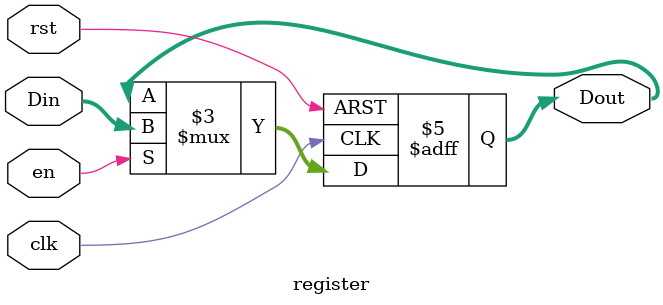
<source format=v>
`timescale 1ns / 1ps


module register(Din,en,clk,rst,Dout);
    input[31:0]Din;
    input en,clk,rst;
    output reg[31:0]Dout;
    initial begin
        Dout=0;
    end
    always@(posedge clk,posedge rst)begin
        if(rst)
            Dout<=0;
        else if(en)begin
            Dout<=Din;
        end
    end
endmodule

</source>
